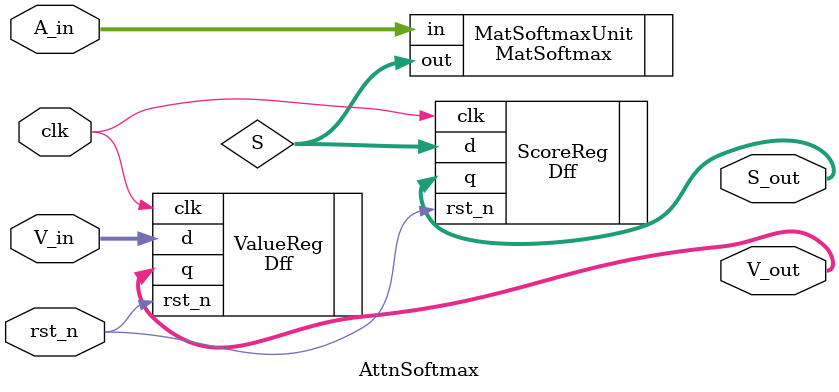
<source format=v>

`include "Dff.v"
`include "MatSoftmax.v"

module AttnSoftmax#(
  parameter DATA_WIDTH = 16,
  parameter TOKEN_DIM = 4,
  parameter TOKEN_NUM = 8
)(
  input clk,
  input rst_n,

  input [DATA_WIDTH * TOKEN_NUM * TOKEN_NUM - 1 : 0] A_in,
  input [DATA_WIDTH * TOKEN_DIM * TOKEN_NUM - 1 : 0] V_in,

  output [DATA_WIDTH * TOKEN_NUM * TOKEN_NUM - 1 : 0] S_out,
  output [DATA_WIDTH * TOKEN_DIM * TOKEN_NUM - 1 : 0] V_out
);

wire [DATA_WIDTH * TOKEN_NUM * TOKEN_NUM - 1 : 0] S;

MatSoftmax #(
  .INPUT_DATA_WIDTH(DATA_WIDTH),
  .OUTPUT_DATA_WIDTH(DATA_WIDTH),
  .ROW_IN(TOKEN_NUM),
  .COL_IN(TOKEN_NUM)
) MatSoftmaxUnit(
  .in(A_in),
  .out(S)
);

Dff#(
  .DATA_WIDTH(DATA_WIDTH * TOKEN_NUM * TOKEN_NUM)
) ScoreReg(
  .clk(clk),
  .rst_n(rst_n),

  .d(S),
  .q(S_out)
);

Dff#(
  .DATA_WIDTH(DATA_WIDTH * TOKEN_DIM * TOKEN_NUM)
) ValueReg(
  .clk(clk),
  .rst_n(rst_n),

  .d(V_in),
  .q(V_out)
);

endmodule
</source>
